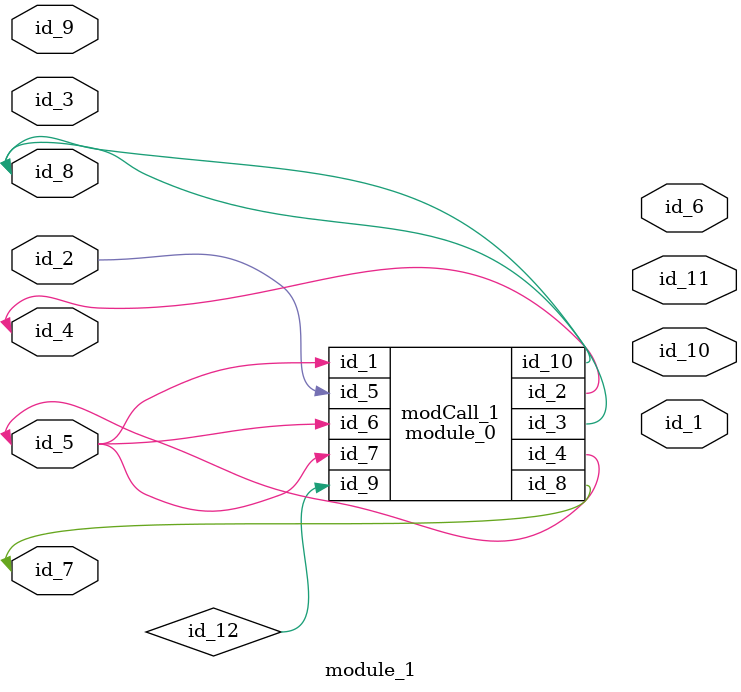
<source format=v>
module module_0 (
    id_1,
    id_2,
    id_3,
    id_4,
    id_5,
    id_6,
    id_7,
    id_8,
    id_9,
    id_10
);
  inout wire id_10;
  input wire id_9;
  inout wire id_8;
  input wire id_7;
  input wire id_6;
  input wire id_5;
  inout wire id_4;
  inout wire id_3;
  inout wire id_2;
  input wire id_1;
  wire id_11 = id_2;
  wire id_12;
endmodule
module module_1 (
    id_1,
    id_2,
    id_3,
    id_4,
    id_5,
    id_6,
    id_7,
    id_8,
    id_9,
    id_10,
    id_11
);
  output wire id_11;
  output wire id_10;
  inout wire id_9;
  inout wire id_8;
  inout wire id_7;
  output wire id_6;
  inout wire id_5;
  inout wire id_4;
  inout wire id_3;
  input wire id_2;
  output wire id_1;
  wire id_12;
  module_0 modCall_1 (
      id_5,
      id_4,
      id_8,
      id_5,
      id_2,
      id_5,
      id_5,
      id_7,
      id_12,
      id_8
  );
endmodule

</source>
